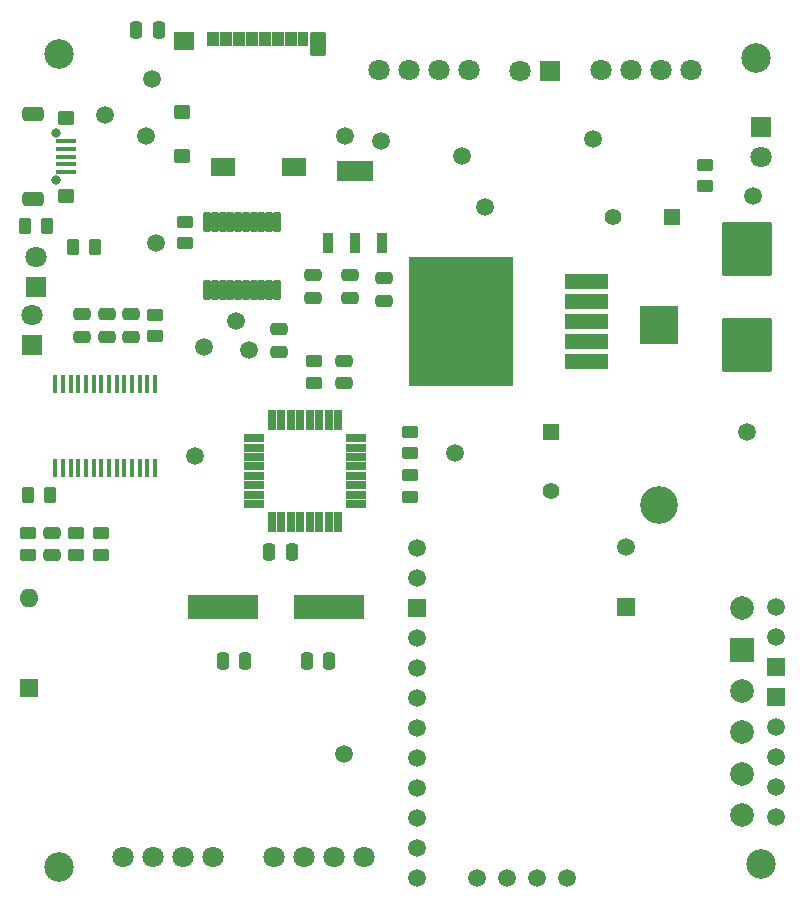
<source format=gbr>
%TF.GenerationSoftware,KiCad,Pcbnew,7.0.1-0*%
%TF.CreationDate,2023-10-30T18:15:43-04:00*%
%TF.ProjectId,WaveWise_Buoy,57617665-5769-4736-955f-42756f792e6b,rev?*%
%TF.SameCoordinates,Original*%
%TF.FileFunction,Soldermask,Top*%
%TF.FilePolarity,Negative*%
%FSLAX46Y46*%
G04 Gerber Fmt 4.6, Leading zero omitted, Abs format (unit mm)*
G04 Created by KiCad (PCBNEW 7.0.1-0) date 2023-10-30 18:15:43*
%MOMM*%
%LPD*%
G01*
G04 APERTURE LIST*
G04 Aperture macros list*
%AMRoundRect*
0 Rectangle with rounded corners*
0 $1 Rounding radius*
0 $2 $3 $4 $5 $6 $7 $8 $9 X,Y pos of 4 corners*
0 Add a 4 corners polygon primitive as box body*
4,1,4,$2,$3,$4,$5,$6,$7,$8,$9,$2,$3,0*
0 Add four circle primitives for the rounded corners*
1,1,$1+$1,$2,$3*
1,1,$1+$1,$4,$5*
1,1,$1+$1,$6,$7*
1,1,$1+$1,$8,$9*
0 Add four rect primitives between the rounded corners*
20,1,$1+$1,$2,$3,$4,$5,0*
20,1,$1+$1,$4,$5,$6,$7,0*
20,1,$1+$1,$6,$7,$8,$9,0*
20,1,$1+$1,$8,$9,$2,$3,0*%
G04 Aperture macros list end*
%ADD10C,0.010000*%
%ADD11C,1.500000*%
%ADD12R,0.850800X1.761200*%
%ADD13R,3.150799X1.761200*%
%ADD14RoundRect,0.250000X-0.450000X0.262500X-0.450000X-0.262500X0.450000X-0.262500X0.450000X0.262500X0*%
%ADD15C,1.800000*%
%ADD16R,6.000000X2.000000*%
%ADD17C,0.800000*%
%ADD18RoundRect,0.100000X-0.750000X0.100000X-0.750000X-0.100000X0.750000X-0.100000X0.750000X0.100000X0*%
%ADD19RoundRect,0.312500X-0.587500X0.312500X-0.587500X-0.312500X0.587500X-0.312500X0.587500X0.312500X0*%
%ADD20RoundRect,0.312500X-0.387500X0.312500X-0.387500X-0.312500X0.387500X-0.312500X0.387500X0.312500X0*%
%ADD21RoundRect,0.250000X0.450000X-0.262500X0.450000X0.262500X-0.450000X0.262500X-0.450000X-0.262500X0*%
%ADD22R,1.800000X1.800000*%
%ADD23RoundRect,0.250000X-0.475000X0.250000X-0.475000X-0.250000X0.475000X-0.250000X0.475000X0.250000X0*%
%ADD24RoundRect,0.250000X0.250000X0.475000X-0.250000X0.475000X-0.250000X-0.475000X0.250000X-0.475000X0*%
%ADD25C,2.500000*%
%ADD26R,0.431800X1.511300*%
%ADD27C,2.000000*%
%ADD28R,1.500000X1.500000*%
%ADD29R,2.000000X2.000000*%
%ADD30C,1.404000*%
%ADD31RoundRect,0.102000X0.600000X0.600000X-0.600000X0.600000X-0.600000X-0.600000X0.600000X-0.600000X0*%
%ADD32RoundRect,0.102000X-0.600000X0.600000X-0.600000X-0.600000X0.600000X-0.600000X0.600000X0.600000X0*%
%ADD33RoundRect,0.250000X0.262500X0.450000X-0.262500X0.450000X-0.262500X-0.450000X0.262500X-0.450000X0*%
%ADD34R,1.600000X1.600000*%
%ADD35O,1.600000X1.600000*%
%ADD36R,3.200000X3.200000*%
%ADD37O,3.200000X3.200000*%
%ADD38RoundRect,0.102000X0.275000X-0.750000X0.275000X0.750000X-0.275000X0.750000X-0.275000X-0.750000X0*%
%ADD39RoundRect,0.102000X0.750000X-0.275000X0.750000X0.275000X-0.750000X0.275000X-0.750000X-0.275000X0*%
%ADD40RoundRect,0.122500X-0.184500X0.764500X-0.184500X-0.764500X0.184500X-0.764500X0.184500X0.764500X0*%
%ADD41RoundRect,0.250000X0.475000X-0.250000X0.475000X0.250000X-0.475000X0.250000X-0.475000X-0.250000X0*%
%ADD42RoundRect,0.076200X0.425000X0.550000X-0.425000X0.550000X-0.425000X-0.550000X0.425000X-0.550000X0*%
%ADD43RoundRect,0.076200X0.375000X0.550000X-0.375000X0.550000X-0.375000X-0.550000X0.375000X-0.550000X0*%
%ADD44RoundRect,0.076200X0.600000X0.500000X-0.600000X0.500000X-0.600000X-0.500000X0.600000X-0.500000X0*%
%ADD45RoundRect,0.076200X0.775000X0.675000X-0.775000X0.675000X-0.775000X-0.675000X0.775000X-0.675000X0*%
%ADD46RoundRect,0.076200X0.585000X0.900000X-0.585000X0.900000X-0.585000X-0.900000X0.585000X-0.900000X0*%
%ADD47RoundRect,0.076200X0.950000X0.675000X-0.950000X0.675000X-0.950000X-0.675000X0.950000X-0.675000X0*%
%ADD48RoundRect,0.102000X-2.000000X2.150000X-2.000000X-2.150000X2.000000X-2.150000X2.000000X2.150000X0*%
G04 APERTURE END LIST*
%TO.C,U4*%
D10*
X185334400Y-79916000D02*
X181794400Y-79916000D01*
X181794400Y-78776000D01*
X185334400Y-78776000D01*
X185334400Y-79916000D01*
G36*
X185334400Y-79916000D02*
G01*
X181794400Y-79916000D01*
X181794400Y-78776000D01*
X185334400Y-78776000D01*
X185334400Y-79916000D01*
G37*
X185334400Y-78216000D02*
X181794400Y-78216000D01*
X181794400Y-77076000D01*
X185334400Y-77076000D01*
X185334400Y-78216000D01*
G36*
X185334400Y-78216000D02*
G01*
X181794400Y-78216000D01*
X181794400Y-77076000D01*
X185334400Y-77076000D01*
X185334400Y-78216000D01*
G37*
X185334400Y-76516000D02*
X181794400Y-76516000D01*
X181794400Y-75376000D01*
X185334400Y-75376000D01*
X185334400Y-76516000D01*
G36*
X185334400Y-76516000D02*
G01*
X181794400Y-76516000D01*
X181794400Y-75376000D01*
X185334400Y-75376000D01*
X185334400Y-76516000D01*
G37*
X185334400Y-74816000D02*
X181794400Y-74816000D01*
X181794400Y-73676000D01*
X185334400Y-73676000D01*
X185334400Y-74816000D01*
G36*
X185334400Y-74816000D02*
G01*
X181794400Y-74816000D01*
X181794400Y-73676000D01*
X185334400Y-73676000D01*
X185334400Y-74816000D01*
G37*
X185334400Y-73116000D02*
X181794400Y-73116000D01*
X181794400Y-71976000D01*
X185334400Y-71976000D01*
X185334400Y-73116000D01*
G36*
X185334400Y-73116000D02*
G01*
X181794400Y-73116000D01*
X181794400Y-71976000D01*
X185334400Y-71976000D01*
X185334400Y-73116000D01*
G37*
X177334400Y-81366000D02*
X168594400Y-81366000D01*
X168594400Y-70526000D01*
X177334400Y-70526000D01*
X177334400Y-81366000D01*
G36*
X177334400Y-81366000D02*
G01*
X168594400Y-81366000D01*
X168594400Y-70526000D01*
X177334400Y-70526000D01*
X177334400Y-81366000D01*
G37*
%TD*%
D11*
%TO.C,CLK*%
X150495000Y-87376000D03*
%TD*%
%TO.C,5V*%
X197739000Y-65405000D03*
%TD*%
%TO.C,SD_CD*%
X146812000Y-55499000D03*
%TD*%
%TO.C,+BATT*%
X197231000Y-85344000D03*
%TD*%
%TO.C,SD_CLK*%
X166243000Y-60706000D03*
%TD*%
%TO.C,VBUS*%
X142875000Y-58547000D03*
%TD*%
%TO.C,GND*%
X172466000Y-87122000D03*
%TD*%
%TO.C,SD_CMD*%
X146304000Y-60325000D03*
%TD*%
%TO.C,uC_TX1*%
X175006000Y-66294000D03*
%TD*%
%TO.C,SS1*%
X155092400Y-78409800D03*
%TD*%
%TO.C,SCS1*%
X163068000Y-112649000D03*
%TD*%
D12*
%TO.C,U7*%
X161746700Y-69319000D03*
X164046700Y-69319000D03*
X166346700Y-69319000D03*
D13*
X164046700Y-63269000D03*
%TD*%
D14*
%TO.C,R5*%
X147116800Y-75399300D03*
X147116800Y-77224300D03*
%TD*%
D11*
%TO.C,uC_RX1*%
X173101000Y-61976000D03*
%TD*%
D15*
%TO.C,J6*%
X166060000Y-54700000D03*
X168600000Y-54700000D03*
X171140000Y-54700000D03*
X173680000Y-54700000D03*
%TD*%
D16*
%TO.C,Y1*%
X152853000Y-100203000D03*
X161853000Y-100203000D03*
%TD*%
D11*
%TO.C,MISO1*%
X151231600Y-78181200D03*
%TD*%
D14*
%TO.C,R8*%
X168656000Y-85320500D03*
X168656000Y-87145500D03*
%TD*%
D17*
%TO.C,J3*%
X138684000Y-60071000D03*
D18*
X139534000Y-60721000D03*
D17*
X138684000Y-63971000D03*
D18*
X139534000Y-61371000D03*
X139534000Y-62021000D03*
X139534000Y-62671000D03*
X139534000Y-63321000D03*
D19*
X136784000Y-58421000D03*
D20*
X139584000Y-58721000D03*
X139584000Y-65321000D03*
D19*
X136784000Y-65621000D03*
%TD*%
D21*
%TO.C,R9*%
X140436600Y-95730700D03*
X140436600Y-93905700D03*
%TD*%
D22*
%TO.C,D1*%
X136652000Y-77983000D03*
D15*
X136652000Y-75443000D03*
%TD*%
D23*
%TO.C,C18*%
X166497000Y-72329000D03*
X166497000Y-74229000D03*
%TD*%
%TO.C,C1*%
X160502600Y-72075000D03*
X160502600Y-73975000D03*
%TD*%
D15*
%TO.C,J5*%
X192480000Y-54730000D03*
X189940000Y-54730000D03*
X187400000Y-54730000D03*
X184860000Y-54730000D03*
%TD*%
D14*
%TO.C,R12*%
X168656000Y-89003500D03*
X168656000Y-90828500D03*
%TD*%
D11*
%TO.C,3V3*%
X147193000Y-69342000D03*
%TD*%
D22*
%TO.C,D2*%
X137033000Y-73030000D03*
D15*
X137033000Y-70490000D03*
%TD*%
D24*
%TO.C,C4*%
X154747000Y-104775000D03*
X152847000Y-104775000D03*
%TD*%
D25*
%TO.C,H1*%
X197993000Y-53721000D03*
%TD*%
D14*
%TO.C,R4*%
X149606000Y-67540500D03*
X149606000Y-69365500D03*
%TD*%
D26*
%TO.C,U5*%
X138650000Y-88385650D03*
X139300001Y-88385650D03*
X139950000Y-88385650D03*
X140600001Y-88385650D03*
X141249999Y-88385650D03*
X141900001Y-88385650D03*
X142549999Y-88385650D03*
X143199998Y-88385650D03*
X143849999Y-88385650D03*
X144499998Y-88385650D03*
X145149999Y-88385650D03*
X145799998Y-88385650D03*
X146449999Y-88385650D03*
X147099998Y-88385650D03*
X147100000Y-81286350D03*
X146449999Y-81286350D03*
X145800000Y-81286350D03*
X145149999Y-81286350D03*
X144500001Y-81286350D03*
X143849999Y-81286350D03*
X143200001Y-81286350D03*
X142549999Y-81286350D03*
X141900001Y-81286350D03*
X141249999Y-81286350D03*
X140600001Y-81286350D03*
X139950000Y-81286350D03*
X139300001Y-81286350D03*
X138650000Y-81286350D03*
%TD*%
D23*
%TO.C,C13*%
X138379200Y-93868200D03*
X138379200Y-95768200D03*
%TD*%
D27*
%TO.C,U2*%
X196810300Y-100280800D03*
D11*
X199705900Y-100128400D03*
X199705900Y-102668400D03*
D27*
X196810300Y-107280800D03*
D11*
X199705900Y-110288400D03*
D27*
X196810300Y-110780800D03*
D11*
X199705900Y-112828400D03*
D27*
X196810300Y-114280800D03*
D11*
X199705900Y-115368400D03*
D27*
X196810300Y-117780800D03*
D11*
X199705900Y-117908400D03*
X181951300Y-123064600D03*
X179411300Y-123064600D03*
X176871300Y-123064600D03*
X174331300Y-123064600D03*
X169251300Y-123064600D03*
X169251300Y-120524600D03*
X169251300Y-117984600D03*
X169251300Y-115444600D03*
X169251300Y-112904600D03*
X169251300Y-110364600D03*
X169251300Y-107824600D03*
X169251300Y-105284600D03*
X169251300Y-102744600D03*
X169251300Y-97664600D03*
X169251300Y-95124600D03*
X187005900Y-95048400D03*
D28*
X169251300Y-100204600D03*
X187005900Y-100128400D03*
D29*
X196810300Y-103780800D03*
D28*
X199705900Y-105208400D03*
X199705900Y-107748400D03*
%TD*%
D23*
%TO.C,C2*%
X157607000Y-76647000D03*
X157607000Y-78547000D03*
%TD*%
D21*
%TO.C,R10*%
X142494000Y-95756100D03*
X142494000Y-93931100D03*
%TD*%
D15*
%TO.C,J10*%
X157180000Y-121300000D03*
X159720000Y-121300000D03*
X162260000Y-121300000D03*
X164800000Y-121300000D03*
%TD*%
D23*
%TO.C,C17*%
X163576000Y-72075000D03*
X163576000Y-73975000D03*
%TD*%
D21*
%TO.C,R11*%
X136321800Y-95730700D03*
X136321800Y-93905700D03*
%TD*%
D22*
%TO.C,J8*%
X180560000Y-54750000D03*
D15*
X178020000Y-54750000D03*
%TD*%
D23*
%TO.C,C14*%
X143002000Y-75377000D03*
X143002000Y-77277000D03*
%TD*%
D30*
%TO.C,C3*%
X185884500Y-67183000D03*
D31*
X190884500Y-67183000D03*
%TD*%
D24*
%TO.C,C11*%
X147418000Y-51335500D03*
X145518000Y-51335500D03*
%TD*%
D11*
%TO.C,SCKO1*%
X184150000Y-60579000D03*
%TD*%
D14*
%TO.C,R3*%
X160528000Y-79351500D03*
X160528000Y-81176500D03*
%TD*%
D11*
%TO.C,SD_DAT0*%
X163195000Y-60325000D03*
%TD*%
D30*
%TO.C,C6*%
X180594000Y-90340500D03*
D32*
X180594000Y-85340500D03*
%TD*%
D25*
%TO.C,H3*%
X198374000Y-121920000D03*
%TD*%
D24*
%TO.C,C9*%
X158684000Y-95504000D03*
X156784000Y-95504000D03*
%TD*%
D33*
%TO.C,R7*%
X137945500Y-67945000D03*
X136120500Y-67945000D03*
%TD*%
D21*
%TO.C,R1*%
X193675000Y-64539500D03*
X193675000Y-62714500D03*
%TD*%
D34*
%TO.C,D3*%
X136398000Y-107061000D03*
D35*
X136398000Y-99441000D03*
%TD*%
D25*
%TO.C,H2*%
X138938000Y-53340000D03*
%TD*%
D36*
%TO.C,D4*%
X189738000Y-76327000D03*
D37*
X189738000Y-91567000D03*
%TD*%
D23*
%TO.C,C16*%
X145084800Y-75387200D03*
X145084800Y-77287200D03*
%TD*%
D33*
%TO.C,R2*%
X142009500Y-69723000D03*
X140184500Y-69723000D03*
%TD*%
D11*
%TO.C,MOSI1*%
X153924000Y-75946000D03*
%TD*%
D38*
%TO.C,U1*%
X156998000Y-92964000D03*
X157798000Y-92964000D03*
X158598000Y-92964000D03*
X159398000Y-92964000D03*
X160198000Y-92964000D03*
X160998000Y-92964000D03*
X161798000Y-92964000D03*
X162598000Y-92964000D03*
D39*
X164098000Y-91464000D03*
X164098000Y-90664000D03*
X164098000Y-89864000D03*
X164098000Y-89064000D03*
X164098000Y-88264000D03*
X164098000Y-87464000D03*
X164098000Y-86664000D03*
X164098000Y-85864000D03*
D38*
X162598000Y-84364000D03*
X161798000Y-84364000D03*
X160998000Y-84364000D03*
X160198000Y-84364000D03*
X159398000Y-84364000D03*
X158598000Y-84364000D03*
X157798000Y-84364000D03*
X156998000Y-84364000D03*
D39*
X155498000Y-85864000D03*
X155498000Y-86664000D03*
X155498000Y-87464000D03*
X155498000Y-88264000D03*
X155498000Y-89064000D03*
X155498000Y-89864000D03*
X155498000Y-90664000D03*
X155498000Y-91464000D03*
%TD*%
D24*
%TO.C,C5*%
X161859000Y-104775000D03*
X159959000Y-104775000D03*
%TD*%
D40*
%TO.C,U3*%
X157390000Y-67591500D03*
X156740000Y-67591500D03*
X156090000Y-67591500D03*
X155440000Y-67591500D03*
X154790000Y-67591500D03*
X154140000Y-67591500D03*
X153490000Y-67591500D03*
X152840000Y-67591500D03*
X152190000Y-67591500D03*
X151540000Y-67591500D03*
X151540000Y-73331500D03*
X152190000Y-73331500D03*
X152840000Y-73331500D03*
X153490000Y-73331500D03*
X154140000Y-73331500D03*
X154790000Y-73331500D03*
X155440000Y-73331500D03*
X156090000Y-73331500D03*
X156740000Y-73331500D03*
X157390000Y-73331500D03*
%TD*%
D41*
%TO.C,C10*%
X163068000Y-81214000D03*
X163068000Y-79314000D03*
%TD*%
D22*
%TO.C,J7*%
X198374000Y-59563000D03*
D15*
X198374000Y-62103000D03*
%TD*%
D33*
%TO.C,R6*%
X138199500Y-90678000D03*
X136374500Y-90678000D03*
%TD*%
D42*
%TO.C,J1*%
X151999000Y-52108500D03*
X153099000Y-52108500D03*
X154199000Y-52108500D03*
X155299000Y-52108500D03*
X156399000Y-52108500D03*
X157499000Y-52108500D03*
X158599000Y-52108500D03*
D43*
X159649000Y-52108500D03*
D44*
X149364000Y-58258500D03*
X149364000Y-61958500D03*
D45*
X149539000Y-52233500D03*
D46*
X160859000Y-52458500D03*
D47*
X158834000Y-62933500D03*
X152864000Y-62933500D03*
%TD*%
D48*
%TO.C,L1*%
X197231000Y-69864000D03*
X197231000Y-77964000D03*
%TD*%
D15*
%TO.C,J9*%
X144380000Y-121300000D03*
X146920000Y-121300000D03*
X149460000Y-121300000D03*
X152000000Y-121300000D03*
%TD*%
D25*
%TO.C,H4*%
X138938000Y-122174000D03*
%TD*%
D23*
%TO.C,C15*%
X140919200Y-75377000D03*
X140919200Y-77277000D03*
%TD*%
M02*

</source>
